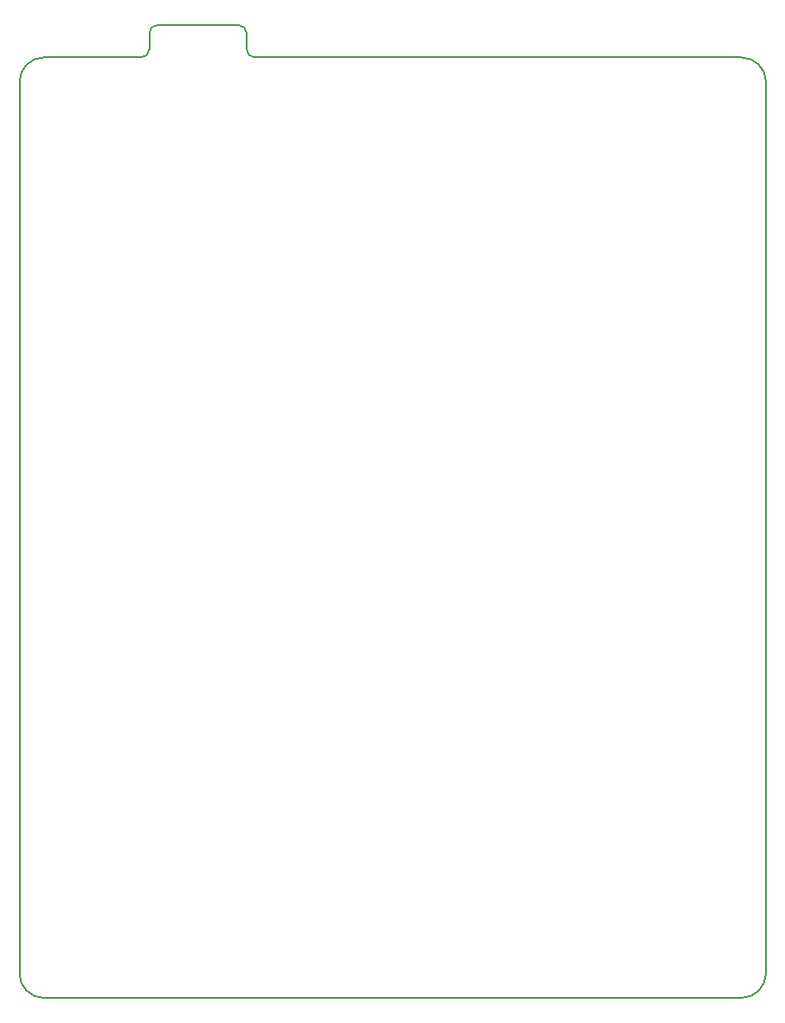
<source format=gm1>
%TF.GenerationSoftware,KiCad,Pcbnew,(7.0.0)*%
%TF.CreationDate,2023-03-11T20:18:40+01:00*%
%TF.ProjectId,Voyager20-TQFP,566f7961-6765-4723-9230-2d545146502e,rev?*%
%TF.SameCoordinates,Original*%
%TF.FileFunction,Profile,NP*%
%FSLAX46Y46*%
G04 Gerber Fmt 4.6, Leading zero omitted, Abs format (unit mm)*
G04 Created by KiCad (PCBNEW (7.0.0)) date 2023-03-11 20:18:40*
%MOMM*%
%LPD*%
G01*
G04 APERTURE LIST*
%TA.AperFunction,Profile*%
%ADD10C,0.150000*%
%TD*%
G04 APERTURE END LIST*
D10*
X61912500Y-29368750D02*
G75*
G03*
X61118750Y-28575000I-793800J-50D01*
G01*
X112712500Y-121443750D02*
X112712500Y-34131250D01*
X53181250Y-28575000D02*
G75*
G03*
X52387500Y-29368750I50J-793800D01*
G01*
X110331250Y-123825000D02*
X42068750Y-123825000D01*
X110331250Y-123825000D02*
G75*
G03*
X112712500Y-121443750I-50J2381300D01*
G01*
X53181250Y-28575000D02*
X61118750Y-28575000D01*
X42068750Y-31750000D02*
G75*
G03*
X39687500Y-34131250I0J-2381250D01*
G01*
X112712500Y-34131250D02*
G75*
G03*
X110331250Y-31750000I-2381300J-50D01*
G01*
X51593750Y-31750000D02*
G75*
G03*
X52387500Y-30956250I-50J793800D01*
G01*
X61912500Y-29368750D02*
X61912500Y-30956250D01*
X62706250Y-31750000D02*
X110331250Y-31750000D01*
X39687500Y-121443750D02*
X39687500Y-34131250D01*
X39687500Y-121443750D02*
G75*
G03*
X42068750Y-123825000I2381300J50D01*
G01*
X52387500Y-30956250D02*
X52387500Y-29368750D01*
X61912500Y-30956250D02*
G75*
G03*
X62706250Y-31750000I793800J50D01*
G01*
X42068750Y-31750000D02*
X51593750Y-31750000D01*
M02*

</source>
